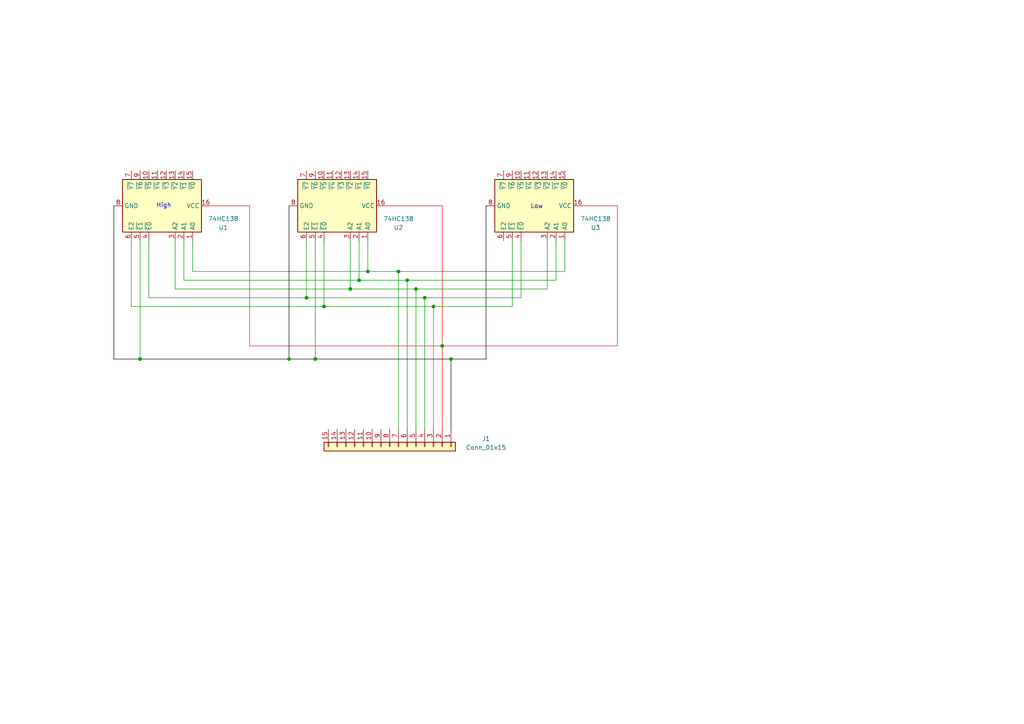
<source format=kicad_sch>
(kicad_sch (version 20231120) (generator "eeschema") (generator_version "8.0")
  (paper "A4")
  (lib_symbols
    (symbol "74xx:74HC138"
      (property "Reference" "U" (at -7.62 13.97 0))
      (property "Value" "74HC138" (at 2.54 -11.43 0))
      (symbol "74HC138_0_1"
        (rectangle (start -7.62 12.7) (end 7.62 -10.16) (stroke (width 0.254)) (fill (type background)))
      )
      (symbol "74HC138_1_1"
        (pin input line (at -10.16 10.16 0) (length 2.54) (name "A0") (number "1"))
        (pin output line (at 10.16 -2.54 180) (length 2.54) (name "~{Y5}") (number "10"))
        (pin output line (at 10.16 0 180) (length 2.54) (name "~{Y4}") (number "11"))
        (pin output line (at 10.16 2.54 180) (length 2.54) (name "~{Y3}") (number "12"))
        (pin output line (at 10.16 5.08 180) (length 2.54) (name "~{Y2}") (number "13"))
        (pin output line (at 10.16 7.62 180) (length 2.54) (name "~{Y1}") (number "14"))
        (pin output line (at 10.16 10.16 180) (length 2.54) (name "~{Y0}") (number "15"))
        (pin power_in line (at 0 15.24 270) (length 2.54) (name "VCC") (number "16"))
        (pin input line (at -10.16 7.62 0) (length 2.54) (name "A1") (number "2"))
        (pin input line (at -10.16 5.08 0) (length 2.54) (name "A2") (number "3"))
        (pin input line (at -10.16 -2.54 0) (length 2.54) (name "~{E0}") (number "4"))
        (pin input line (at -10.16 -5.08 0) (length 2.54) (name "~{E1}") (number "5"))
        (pin input line (at -10.16 -7.62 0) (length 2.54) (name "E2") (number "6"))
        (pin output line (at 10.16 -7.62 180) (length 2.54) (name "~{Y7}") (number "7"))
        (pin power_in line (at 0 -12.7 90) (length 2.54) (name "GND") (number "8"))
        (pin output line (at 10.16 -5.08 180) (length 2.54) (name "~{Y6}") (number "9"))
      )
    )
    (symbol "Connector_Generic:Conn_01x15" (pin_names (offset 1.016) hide)
      (property "Reference" "J" (at 0 20.32 0))
      (property "Value" "Conn_01x15" (at 0 -20.32 0))
      (symbol "Conn_01x15_1_1"
        (rectangle (start -1.27 -17.653) (end 0 -17.907) (stroke (width 0.1524)))
        (rectangle (start -1.27 -15.113) (end 0 -15.367) (stroke (width 0.1524)))
        (rectangle (start -1.27 -12.573) (end 0 -12.827) (stroke (width 0.1524)))
        (rectangle (start -1.27 -10.033) (end 0 -10.287) (stroke (width 0.1524)))
        (rectangle (start -1.27 -7.493) (end 0 -7.747) (stroke (width 0.1524)))
        (rectangle (start -1.27 -4.953) (end 0 -5.207) (stroke (width 0.1524)))
        (rectangle (start -1.27 -2.413) (end 0 -2.667) (stroke (width 0.1524)))
        (rectangle (start -1.27 0.127) (end 0 -0.127) (stroke (width 0.1524)))
        (rectangle (start -1.27 2.667) (end 0 2.413) (stroke (width 0.1524)))
        (rectangle (start -1.27 5.207) (end 0 4.953) (stroke (width 0.1524)))
        (rectangle (start -1.27 7.747) (end 0 7.493) (stroke (width 0.1524)))
        (rectangle (start -1.27 10.287) (end 0 10.033) (stroke (width 0.1524)))
        (rectangle (start -1.27 12.827) (end 0 12.573) (stroke (width 0.1524)))
        (rectangle (start -1.27 15.367) (end 0 15.113) (stroke (width 0.1524)))
        (rectangle (start -1.27 17.907) (end 0 17.653) (stroke (width 0.1524)))
        (rectangle (start -1.27 19.05) (end 1.27 -19.05) (stroke (width 0.254)) (fill (type background)))
        (pin passive line (at -5.08 17.78 0) (length 3.81) (name "Pin_1") (number "1"))
        (pin passive line (at -5.08 -5.08 0) (length 3.81) (name "Pin_10") (number "10"))
        (pin passive line (at -5.08 -7.62 0) (length 3.81) (name "Pin_11") (number "11"))
        (pin passive line (at -5.08 -10.16 0) (length 3.81) (name "Pin_12") (number "12"))
        (pin passive line (at -5.08 -12.7 0) (length 3.81) (name "Pin_13") (number "13"))
        (pin passive line (at -5.08 -15.24 0) (length 3.81) (name "Pin_14") (number "14"))
        (pin passive line (at -5.08 -17.78 0) (length 3.81) (name "Pin_15") (number "15"))
        (pin passive line (at -5.08 15.24 0) (length 3.81) (name "Pin_2") (number "2"))
        (pin passive line (at -5.08 12.7 0) (length 3.81) (name "Pin_3") (number "3"))
        (pin passive line (at -5.08 10.16 0) (length 3.81) (name "Pin_4") (number "4"))
        (pin passive line (at -5.08 7.62 0) (length 3.81) (name "Pin_5") (number "5"))
        (pin passive line (at -5.08 5.08 0) (length 3.81) (name "Pin_6") (number "6"))
        (pin passive line (at -5.08 2.54 0) (length 3.81) (name "Pin_7") (number "7"))
        (pin passive line (at -5.08 0 0) (length 3.81) (name "Pin_8") (number "8"))
        (pin passive line (at -5.08 -2.54 0) (length 3.81) (name "Pin_9") (number "9"))
      )
    )
  )
  (junction (at 106.68 78.74))
  (junction (at 40.64 104.14))
  (junction (at 120.65 83.82))
  (junction (at 104.14 81.28))
  (junction (at 93.98 88.9))
  (junction (at 91.44 104.14))
  (junction (at 125.73 88.9))
  (junction (at 101.6 83.82))
  (junction (at 128.27 100.33))
  (junction (at 115.57 78.74))
  (junction (at 83.82 104.14))
  (junction (at 88.9 86.36))
  (junction (at 123.19 86.36))
  (junction (at 130.81 104.14))
  (junction (at 118.11 81.28))
  (wire (pts (xy 111.76 59.69) (xy 128.27 59.69)) (stroke (width 0) (color 255 0 0 1)))
  (wire (pts (xy 38.1 69.85) (xy 38.1 88.9)))
  (wire (pts (xy 50.8 83.82) (xy 101.6 83.82)))
  (wire (pts (xy 60.96 59.69) (xy 72.39 59.69)) (stroke (width 0) (color 255 0 0 1)))
  (wire (pts (xy 130.81 104.14) (xy 130.81 124.46)) (stroke (width 0) (color 0 0 0 1)))
  (wire (pts (xy 104.14 81.28) (xy 118.11 81.28)))
  (wire (pts (xy 93.98 69.85) (xy 93.98 88.9)))
  (wire (pts (xy 128.27 100.33) (xy 179.07 100.33)) (stroke (width 0) (color 255 0 0 1)))
  (wire (pts (xy 140.97 59.69) (xy 140.97 104.14)) (stroke (width 0) (color 0 0 0 1)))
  (wire (pts (xy 38.1 88.9) (xy 93.98 88.9)))
  (wire (pts (xy 72.39 59.69) (xy 72.39 100.33)) (stroke (width 0) (color 255 0 0 1)))
  (wire (pts (xy 123.19 86.36) (xy 123.19 124.46)))
  (wire (pts (xy 91.44 69.85) (xy 91.44 104.14)))
  (wire (pts (xy 128.27 59.69) (xy 128.27 100.33)) (stroke (width 0) (color 255 0 0 1)))
  (wire (pts (xy 43.18 86.36) (xy 88.9 86.36)))
  (wire (pts (xy 128.27 100.33) (xy 128.27 124.46)) (stroke (width 0) (color 255 0 0 1)))
  (wire (pts (xy 83.82 59.69) (xy 83.82 104.14)) (stroke (width 0) (color 0 0 0 1)))
  (wire (pts (xy 101.6 69.85) (xy 101.6 83.82)))
  (wire (pts (xy 128.27 100.33) (xy 72.39 100.33)) (stroke (width 0) (color 255 0 0 1)))
  (wire (pts (xy 115.57 78.74) (xy 163.83 78.74)))
  (wire (pts (xy 33.02 104.14) (xy 40.64 104.14)) (stroke (width 0) (color 0 0 0 1)))
  (wire (pts (xy 33.02 59.69) (xy 33.02 104.14)) (stroke (width 0) (color 0 0 0 1)))
  (wire (pts (xy 101.6 83.82) (xy 120.65 83.82)))
  (wire (pts (xy 179.07 59.69) (xy 179.07 100.33)) (stroke (width 0) (color 255 0 0 1)))
  (wire (pts (xy 168.91 59.69) (xy 179.07 59.69)) (stroke (width 0) (color 255 0 0 1)))
  (wire (pts (xy 104.14 69.85) (xy 104.14 81.28)))
  (wire (pts (xy 106.68 69.85) (xy 106.68 78.74)))
  (wire (pts (xy 93.98 88.9) (xy 125.73 88.9)))
  (wire (pts (xy 88.9 86.36) (xy 123.19 86.36)))
  (wire (pts (xy 151.13 69.85) (xy 151.13 86.36)))
  (wire (pts (xy 125.73 88.9) (xy 125.73 124.46)))
  (wire (pts (xy 83.82 104.14) (xy 91.44 104.14)) (stroke (width 0) (color 0 0 0 1)))
  (wire (pts (xy 130.81 104.14) (xy 140.97 104.14)) (stroke (width 0) (color 0 0 0 1)))
  (wire (pts (xy 53.34 81.28) (xy 104.14 81.28)))
  (wire (pts (xy 161.29 69.85) (xy 161.29 81.28)))
  (wire (pts (xy 88.9 69.85) (xy 88.9 86.36)))
  (wire (pts (xy 50.8 69.85) (xy 50.8 83.82)))
  (wire (pts (xy 123.19 86.36) (xy 151.13 86.36)))
  (wire (pts (xy 118.11 81.28) (xy 118.11 124.46)))
  (wire (pts (xy 115.57 78.74) (xy 115.57 124.46)))
  (wire (pts (xy 106.68 78.74) (xy 115.57 78.74)))
  (wire (pts (xy 53.34 69.85) (xy 53.34 81.28)))
  (wire (pts (xy 40.64 104.14) (xy 83.82 104.14)) (stroke (width 0) (color 0 0 0 1)))
  (wire (pts (xy 43.18 69.85) (xy 43.18 86.36)))
  (wire (pts (xy 55.88 78.74) (xy 106.68 78.74)))
  (wire (pts (xy 55.88 69.85) (xy 55.88 78.74)))
  (wire (pts (xy 125.73 88.9) (xy 148.59 88.9)))
  (wire (pts (xy 158.75 69.85) (xy 158.75 83.82)))
  (wire (pts (xy 120.65 83.82) (xy 120.65 124.46)))
  (wire (pts (xy 118.11 81.28) (xy 161.29 81.28)))
  (wire (pts (xy 163.83 69.85) (xy 163.83 78.74)))
  (wire (pts (xy 40.64 69.85) (xy 40.64 104.14)))
  (wire (pts (xy 148.59 69.85) (xy 148.59 88.9)))
  (wire (pts (xy 120.65 83.82) (xy 158.75 83.82)))
  (wire (pts (xy 91.44 104.14) (xy 130.81 104.14)) (stroke (width 0) (color 0 0 0 1)))
  (text "Low" (at 155.702 59.944 0) (effects (font (size 1.27 1.27))))
  (text "High" (at 47.498 59.69 0) (effects (font (size 1.27 1.27))))
  (symbol (lib_id "Connector_Generic:Conn_01x15") (at 113.03 129.54 270) (unit 1)
    (property "Reference" "J1" (at 140.97 127.254 90))
    (property "Value" "Conn_01x15" (at 140.97 129.794 90))
    (property "Description" "Generic connector, single row, 01x15, script generated (kicad-library-utils/schlib/autogen/connector/)" (effects (hide yes)))
  )
  (symbol (lib_id "74xx:74HC138") (at 96.52 59.69 270) (mirror x) (unit 1)
    (property "Reference" "U2" (at 115.57 66.0086 90))
    (property "Value" "74HC138" (at 115.57 63.4686 90))
    (property "Datasheet" "http://www.ti.com/lit/ds/symlink/cd74hc238.pdf" (effects (hide yes)))
    (property "Description" "3-to-8 line decoder/multiplexer inverting, DIP-16/SOIC-16/SSOP-16" (effects (hide yes)))
  )
  (symbol (lib_id "74xx:74HC138") (at 45.72 59.69 270) (mirror x) (unit 1)
    (property "Reference" "U1" (at 64.77 66.0086 90))
    (property "Value" "74HC138" (at 64.77 63.4686 90))
    (property "Datasheet" "http://www.ti.com/lit/ds/symlink/cd74hc238.pdf" (effects (hide yes)))
    (property "Description" "3-to-8 line decoder/multiplexer inverting, DIP-16/SOIC-16/SSOP-16" (effects (hide yes)))
  )
  (symbol (lib_id "74xx:74HC138") (at 153.67 59.69 270) (mirror x) (unit 1)
    (property "Reference" "U3" (at 172.72 66.0086 90))
    (property "Value" "74HC138" (at 172.72 63.4686 90))
    (property "Datasheet" "http://www.ti.com/lit/ds/symlink/cd74hc238.pdf" (effects (hide yes)))
    (property "Description" "3-to-8 line decoder/multiplexer inverting, DIP-16/SOIC-16/SSOP-16" (effects (hide yes)))
  )
)
</source>
